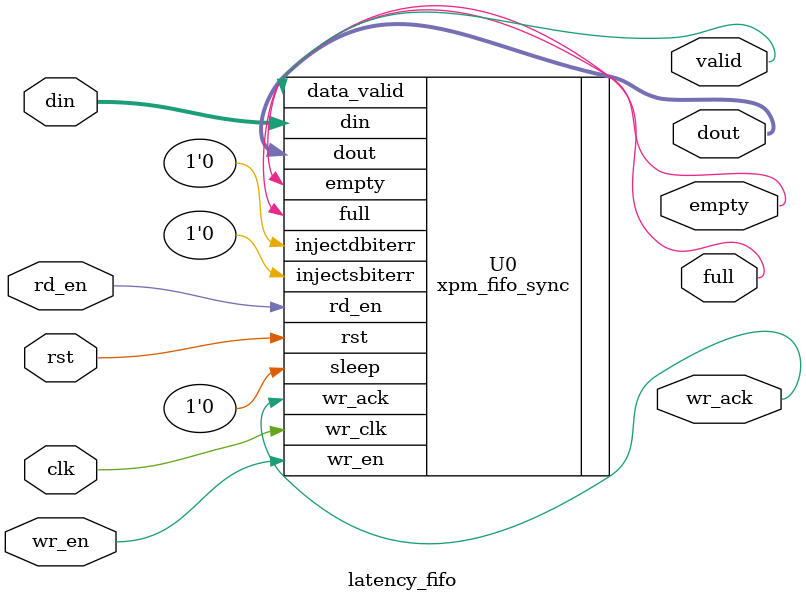
<source format=sv>
/*
	This Source Code Form is subject to the terms of the Mozilla Public
	License, v. 2.0. If a copy of the MPL was not distributed with this
	file, You can obtain one at https://mozilla.org/MPL/2.0/.
*/

module latency_fifo
(
	input logic clk,
	input logic rst,

	output logic wr_ack,
	output logic valid,

	output logic full,
	input logic [319:0] din,
	input logic wr_en,

	output logic empty,
	output logic [319:0] dout,
	input logic rd_en
);
	xpm_fifo_sync
	#(
		.DOUT_RESET_VALUE("0"),
		.ECC_MODE("no_ecc"),
		.FIFO_MEMORY_TYPE("block"),
		.FIFO_READ_LATENCY(1),
		.FIFO_WRITE_DEPTH(2048),
		.FULL_RESET_VALUE(0),
		.PROG_EMPTY_THRESH(10),
		.PROG_FULL_THRESH(10),
		.RD_DATA_COUNT_WIDTH(1),
		.READ_DATA_WIDTH(320),
		.READ_MODE("std"),
		.USE_ADV_FEATURES("1010"),
		.WAKEUP_TIME(0),
		.WRITE_DATA_WIDTH(320),
		.WR_DATA_COUNT_WIDTH(1)
	)
	U0
	(
		.wr_clk(clk),
		.rst(rst),

		.wr_ack(wr_ack),
		.data_valid(valid),

		.full(full),
		.din(din),
		.wr_en(wr_en),

		.empty(empty),
		.dout(dout),
		.rd_en(rd_en),

		.injectdbiterr(1'b0),
		.injectsbiterr(1'b0),
		.sleep(1'b0)
	);
endmodule

</source>
